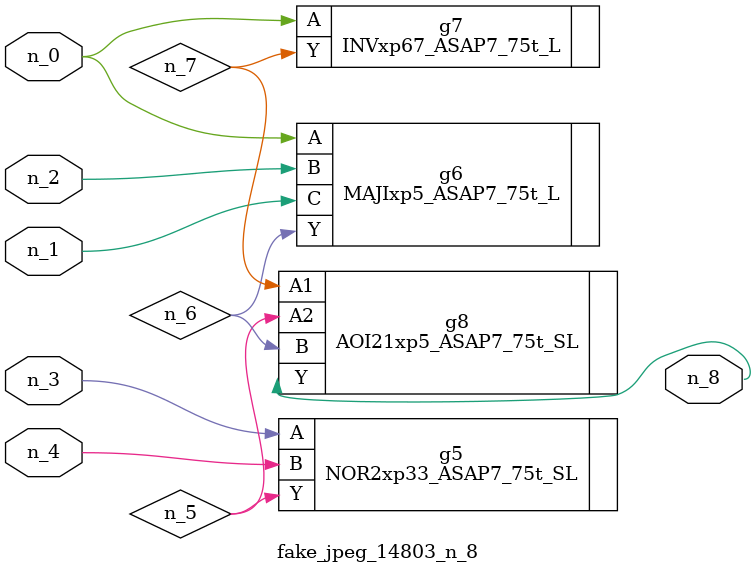
<source format=v>
module fake_jpeg_14803_n_8 (n_3, n_2, n_1, n_0, n_4, n_8);

input n_3;
input n_2;
input n_1;
input n_0;
input n_4;

output n_8;

wire n_6;
wire n_5;
wire n_7;

NOR2xp33_ASAP7_75t_SL g5 ( 
.A(n_3),
.B(n_4),
.Y(n_5)
);

MAJIxp5_ASAP7_75t_L g6 ( 
.A(n_0),
.B(n_2),
.C(n_1),
.Y(n_6)
);

INVxp67_ASAP7_75t_L g7 ( 
.A(n_0),
.Y(n_7)
);

AOI21xp5_ASAP7_75t_SL g8 ( 
.A1(n_7),
.A2(n_5),
.B(n_6),
.Y(n_8)
);


endmodule
</source>
